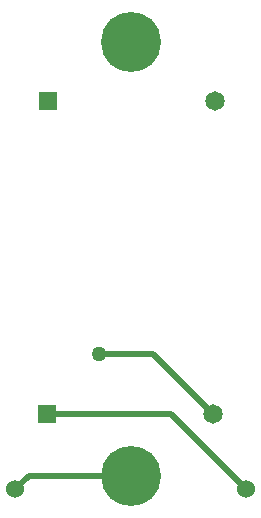
<source format=gbr>
%TF.GenerationSoftware,Altium Limited,Altium Designer,22.4.2 (48)*%
G04 Layer_Physical_Order=2*
G04 Layer_Color=16711680*
%FSLAX26Y26*%
%MOIN*%
%TF.SameCoordinates,31C44E49-19BD-49CD-A116-05C5AD78183A*%
%TF.FilePolarity,Positive*%
%TF.FileFunction,Copper,L2,Bot,Signal*%
%TF.Part,Single*%
G01*
G75*
%TA.AperFunction,Conductor*%
%ADD11C,0.020000*%
%TA.AperFunction,ViaPad*%
%ADD13C,0.060000*%
%ADD14C,0.200000*%
%TA.AperFunction,ComponentPad*%
%ADD15R,0.064961X0.064961*%
%ADD16C,0.064961*%
%TA.AperFunction,ViaPad*%
%ADD17C,0.050000*%
D11*
X345000Y535000D02*
X525118D01*
X725118Y335000D01*
X170000D02*
X585000D01*
X835000Y85000D01*
X110000Y130000D02*
X450000D01*
X65000Y85000D02*
X110000Y130000D01*
D13*
X65000Y85000D02*
D03*
X835000D02*
D03*
D14*
X450000Y130000D02*
D03*
Y1575000D02*
D03*
D15*
X170000Y335000D02*
D03*
X175000Y1380000D02*
D03*
D16*
X725118Y335000D02*
D03*
X730118Y1380000D02*
D03*
D17*
X345000Y535000D02*
D03*
%TF.MD5,c07b836f7be307a9c9a301f22c87e875*%
M02*

</source>
